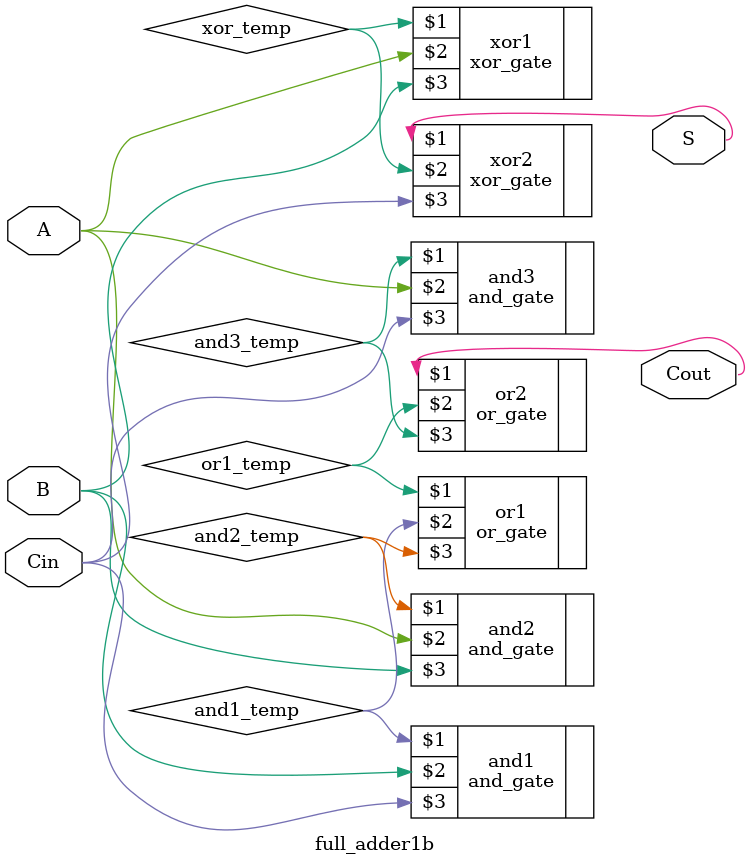
<source format=v>
`include "xor_gate.v"
`include "or_gate.v"
`include "and_gate.v"
`include "not_gate.v"

module full_adder1b(
    output S, Cout,
    input A, B, Cin
);

    wire xor_temp, and1_temp, and2_temp, and3_temp, or1_temp;

    // Soma = A XOR B XOR Cin
    xor_gate xor1 (xor_temp, A, B);
    xor_gate xor2 (S, xor_temp, Cin);

    // Carry-out = (B AND Cin) OR (A AND B) OR (A AND Cin)
    and_gate and1 (and1_temp, B, Cin);
    and_gate and2 (and2_temp, A, B);
    and_gate and3 (and3_temp, A, Cin);
    or_gate or1 (or1_temp, and1_temp, and2_temp);
    or_gate or2 (Cout, or1_temp, and3_temp);

endmodule
</source>
